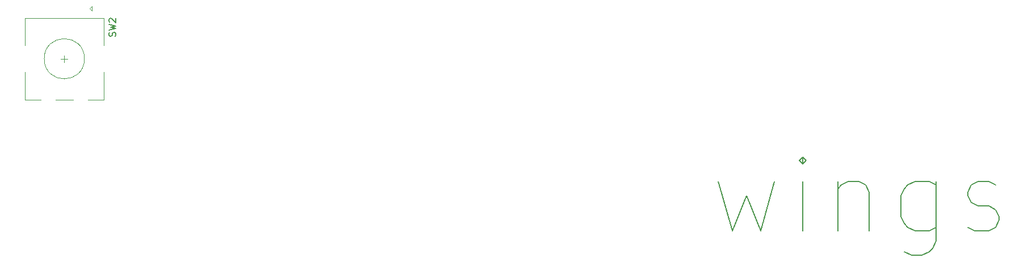
<source format=gto>
G04 #@! TF.GenerationSoftware,KiCad,Pcbnew,(5.1.4)-1*
G04 #@! TF.CreationDate,2021-01-15T16:27:36-05:00*
G04 #@! TF.ProjectId,proto,70726f74-6f2e-46b6-9963-61645f706362,rev?*
G04 #@! TF.SameCoordinates,Original*
G04 #@! TF.FileFunction,Legend,Top*
G04 #@! TF.FilePolarity,Positive*
%FSLAX46Y46*%
G04 Gerber Fmt 4.6, Leading zero omitted, Abs format (unit mm)*
G04 Created by KiCad (PCBNEW (5.1.4)-1) date 2021-01-15 16:27:36*
%MOMM*%
%LPD*%
G04 APERTURE LIST*
%ADD10C,0.150000*%
%ADD11C,0.120000*%
%ADD12R,2.102000X2.102000*%
%ADD13C,2.102000*%
%ADD14R,2.102000X3.302000*%
%ADD15O,1.802000X2.802000*%
%ADD16C,1.852000*%
%ADD17C,4.089800*%
G04 APERTURE END LIST*
D10*
X275965714Y-146232857D02*
X278060952Y-153566190D01*
X280156190Y-148328095D01*
X282251428Y-153566190D01*
X284346666Y-146232857D01*
X288537142Y-153566190D02*
X288537142Y-146232857D01*
X288537142Y-142566190D02*
X288013333Y-143090000D01*
X288537142Y-143613809D01*
X289060952Y-143090000D01*
X288537142Y-142566190D01*
X288537142Y-143613809D01*
X293775238Y-146232857D02*
X293775238Y-153566190D01*
X293775238Y-147280476D02*
X294299047Y-146756666D01*
X295346666Y-146232857D01*
X296918095Y-146232857D01*
X297965714Y-146756666D01*
X298489523Y-147804285D01*
X298489523Y-153566190D01*
X308441904Y-146232857D02*
X308441904Y-155137619D01*
X307918095Y-156185238D01*
X307394285Y-156709047D01*
X306346666Y-157232857D01*
X304775238Y-157232857D01*
X303727619Y-156709047D01*
X308441904Y-153042380D02*
X307394285Y-153566190D01*
X305299047Y-153566190D01*
X304251428Y-153042380D01*
X303727619Y-152518571D01*
X303203809Y-151470952D01*
X303203809Y-148328095D01*
X303727619Y-147280476D01*
X304251428Y-146756666D01*
X305299047Y-146232857D01*
X307394285Y-146232857D01*
X308441904Y-146756666D01*
X313156190Y-153042380D02*
X314203809Y-153566190D01*
X316299047Y-153566190D01*
X317346666Y-153042380D01*
X317870476Y-151994761D01*
X317870476Y-151470952D01*
X317346666Y-150423333D01*
X316299047Y-149899523D01*
X314727619Y-149899523D01*
X313680000Y-149375714D01*
X313156190Y-148328095D01*
X313156190Y-147804285D01*
X313680000Y-146756666D01*
X314727619Y-146232857D01*
X316299047Y-146232857D01*
X317346666Y-146756666D01*
D11*
X181348000Y-127896000D02*
G75*
G03X181348000Y-127896000I-3000000J0D01*
G01*
X184248000Y-129896000D02*
X184248000Y-133996000D01*
X172448000Y-133996000D02*
X172448000Y-129896000D01*
X172448000Y-125896000D02*
X172448000Y-121796000D01*
X184248000Y-125896000D02*
X184248000Y-121796000D01*
X184248000Y-121796000D02*
X172448000Y-121796000D01*
X182148000Y-120396000D02*
X182448000Y-120096000D01*
X182448000Y-120096000D02*
X182448000Y-120696000D01*
X182448000Y-120696000D02*
X182148000Y-120396000D01*
X184248000Y-133996000D02*
X181848000Y-133996000D01*
X179648000Y-133996000D02*
X177048000Y-133996000D01*
X174848000Y-133996000D02*
X172448000Y-133996000D01*
X178848000Y-127896000D02*
X177848000Y-127896000D01*
X178348000Y-127396000D02*
X178348000Y-128396000D01*
D10*
X185952761Y-124529333D02*
X186000380Y-124386476D01*
X186000380Y-124148380D01*
X185952761Y-124053142D01*
X185905142Y-124005523D01*
X185809904Y-123957904D01*
X185714666Y-123957904D01*
X185619428Y-124005523D01*
X185571809Y-124053142D01*
X185524190Y-124148380D01*
X185476571Y-124338857D01*
X185428952Y-124434095D01*
X185381333Y-124481714D01*
X185286095Y-124529333D01*
X185190857Y-124529333D01*
X185095619Y-124481714D01*
X185048000Y-124434095D01*
X185000380Y-124338857D01*
X185000380Y-124100761D01*
X185048000Y-123957904D01*
X185000380Y-123624571D02*
X186000380Y-123386476D01*
X185286095Y-123196000D01*
X186000380Y-123005523D01*
X185000380Y-122767428D01*
X185095619Y-122434095D02*
X185048000Y-122386476D01*
X185000380Y-122291238D01*
X185000380Y-122053142D01*
X185048000Y-121957904D01*
X185095619Y-121910285D01*
X185190857Y-121862666D01*
X185286095Y-121862666D01*
X185428952Y-121910285D01*
X186000380Y-122481714D01*
X186000380Y-121862666D01*
%LPC*%
D12*
X180848000Y-120396000D03*
D13*
X178348000Y-120396000D03*
X175848000Y-120396000D03*
D14*
X183948000Y-127896000D03*
X172748000Y-127896000D03*
D13*
X180848000Y-134896000D03*
X175848000Y-134896000D03*
D15*
X2700000Y-31750000D03*
X10000000Y-31750000D03*
X10000000Y-36250000D03*
X2700000Y-36250000D03*
D16*
X181610800Y-147450940D03*
X171450800Y-147450940D03*
D17*
X176530800Y-147450940D03*
D16*
X162560800Y-147450940D03*
X152400800Y-147450940D03*
D17*
X157480800Y-147450940D03*
D16*
X143510800Y-147450940D03*
X133350800Y-147450940D03*
D17*
X138430800Y-147450940D03*
D16*
X162560800Y-128400940D03*
X152400800Y-128400940D03*
D17*
X157480800Y-128400940D03*
D16*
X313545422Y-108689406D03*
X303461154Y-109927598D03*
D17*
X308503288Y-109308502D03*
D16*
X294637418Y-111011017D03*
X284553150Y-112249209D03*
D17*
X289595284Y-111630113D03*
D16*
X275729414Y-113332628D03*
X265645146Y-114570820D03*
D17*
X270687280Y-113951724D03*
D16*
X256821410Y-115654239D03*
X246737142Y-116892431D03*
D17*
X251779276Y-116273335D03*
D16*
X237913405Y-117975850D03*
X227829137Y-119214042D03*
D17*
X232871271Y-118594946D03*
D16*
X219005401Y-120297461D03*
X208921133Y-121535653D03*
D17*
X213963267Y-120916557D03*
D16*
X181610000Y-99060000D03*
X171450000Y-99060000D03*
D17*
X176530000Y-99060000D03*
D16*
X162560000Y-99060000D03*
X152400000Y-99060000D03*
D17*
X157480000Y-99060000D03*
D16*
X143510000Y-99060000D03*
X133350000Y-99060000D03*
D17*
X138430000Y-99060000D03*
D16*
X106041236Y-121529867D03*
X95956968Y-120291675D03*
D17*
X100999102Y-120910771D03*
D16*
X87133231Y-119208256D03*
X77048963Y-117970064D03*
D17*
X82091097Y-118589160D03*
D16*
X68225227Y-116886645D03*
X58140959Y-115648453D03*
D17*
X63183093Y-116267549D03*
D16*
X49317223Y-114565034D03*
X39232955Y-113326842D03*
D17*
X44275089Y-113945938D03*
D16*
X30409219Y-112243423D03*
X20324951Y-111005231D03*
D17*
X25367085Y-111624327D03*
D16*
X11501215Y-109921812D03*
X1416947Y-108683620D03*
D17*
X6459081Y-109302716D03*
D16*
X311223811Y-89781402D03*
X301139543Y-91019594D03*
D17*
X306181677Y-90400498D03*
D16*
X292315807Y-92103013D03*
X282231539Y-93341205D03*
D17*
X287273673Y-92722109D03*
D16*
X273407803Y-94424624D03*
X263323535Y-95662816D03*
D17*
X268365669Y-95043720D03*
D16*
X254499799Y-96746235D03*
X244415531Y-97984427D03*
D17*
X249457665Y-97365331D03*
D16*
X235591794Y-99067846D03*
X225507526Y-100306038D03*
D17*
X230549660Y-99686942D03*
D16*
X216683790Y-101389457D03*
X206599522Y-102627649D03*
D17*
X211641656Y-102008553D03*
D16*
X181610000Y-80010000D03*
X171450000Y-80010000D03*
D17*
X176530000Y-80010000D03*
D16*
X162560000Y-80010000D03*
X152400000Y-80010000D03*
D17*
X157480000Y-80010000D03*
D16*
X143510000Y-80010000D03*
X133350000Y-80010000D03*
D17*
X138430000Y-80010000D03*
D16*
X108362847Y-102621863D03*
X98278579Y-101383671D03*
D17*
X103320713Y-102002767D03*
D16*
X89454842Y-100300252D03*
X79370574Y-99062060D03*
D17*
X84412708Y-99681156D03*
D16*
X70546838Y-97978641D03*
X60462570Y-96740449D03*
D17*
X65504704Y-97359545D03*
D16*
X51638834Y-95657030D03*
X41554566Y-94418838D03*
D17*
X46596700Y-95037934D03*
D16*
X32730830Y-93335419D03*
X22646562Y-92097227D03*
D17*
X27688696Y-92716323D03*
D16*
X13822826Y-91013808D03*
X3738558Y-89775616D03*
D17*
X8780692Y-90394712D03*
D16*
X308902200Y-70873398D03*
X298817932Y-72111590D03*
D17*
X303860066Y-71492494D03*
D16*
X289994196Y-73195009D03*
X279909928Y-74433201D03*
D17*
X284952062Y-73814105D03*
D16*
X271086192Y-75516620D03*
X261001924Y-76754812D03*
D17*
X266044058Y-76135716D03*
D16*
X252178188Y-77838231D03*
X242093920Y-79076423D03*
D17*
X247136054Y-78457327D03*
D16*
X233270183Y-80159842D03*
X223185915Y-81398034D03*
D17*
X228228049Y-80778938D03*
D16*
X214362179Y-82481453D03*
X204277911Y-83719645D03*
D17*
X209320045Y-83100549D03*
D16*
X181610000Y-60960000D03*
X171450000Y-60960000D03*
D17*
X176530000Y-60960000D03*
D16*
X162560000Y-60960000D03*
X152400000Y-60960000D03*
D17*
X157480000Y-60960000D03*
D16*
X143510000Y-60960000D03*
X133350000Y-60960000D03*
D17*
X138430000Y-60960000D03*
D16*
X110684458Y-83713859D03*
X100600190Y-82475667D03*
D17*
X105642324Y-83094763D03*
D16*
X91776453Y-81392248D03*
X81692185Y-80154056D03*
D17*
X86734319Y-80773152D03*
D16*
X72868449Y-79070637D03*
X62784181Y-77832445D03*
D17*
X67826315Y-78451541D03*
D16*
X53960445Y-76749026D03*
X43876177Y-75510834D03*
D17*
X48918311Y-76129930D03*
D16*
X35052441Y-74427415D03*
X24968173Y-73189223D03*
D17*
X30010307Y-73808319D03*
D16*
X16144437Y-72105804D03*
X6060169Y-70867612D03*
D17*
X11102303Y-71486708D03*
D16*
X306580589Y-51965394D03*
X296496321Y-53203586D03*
D17*
X301538455Y-52584490D03*
D16*
X287672585Y-54287005D03*
X277588317Y-55525197D03*
D17*
X282630451Y-54906101D03*
D16*
X268764581Y-56608616D03*
X258680313Y-57846808D03*
D17*
X263722447Y-57227712D03*
D16*
X249856577Y-58930227D03*
X239772309Y-60168419D03*
D17*
X244814443Y-59549323D03*
D16*
X230948572Y-61251838D03*
X220864304Y-62490030D03*
D17*
X225906438Y-61870934D03*
D16*
X212040568Y-63573449D03*
X201956300Y-64811641D03*
D17*
X206998434Y-64192545D03*
D16*
X181610000Y-41910000D03*
X171450000Y-41910000D03*
D17*
X176530000Y-41910000D03*
D16*
X162560000Y-41910000D03*
X152400000Y-41910000D03*
D17*
X157480000Y-41910000D03*
D16*
X143510000Y-41910000D03*
X133350000Y-41910000D03*
D17*
X138430000Y-41910000D03*
D16*
X113006069Y-64805855D03*
X102921801Y-63567663D03*
D17*
X107963935Y-64186759D03*
D16*
X94098064Y-62484244D03*
X84013796Y-61246052D03*
D17*
X89055930Y-61865148D03*
D16*
X75190060Y-60162633D03*
X65105792Y-58924441D03*
D17*
X70147926Y-59543537D03*
D16*
X56282056Y-57841022D03*
X46197788Y-56602830D03*
D17*
X51239922Y-57221926D03*
D16*
X37374052Y-55519411D03*
X27289784Y-54281219D03*
D17*
X32331918Y-54900315D03*
D16*
X18466048Y-53197800D03*
X8381780Y-51959608D03*
D17*
X13423914Y-52578704D03*
M02*

</source>
